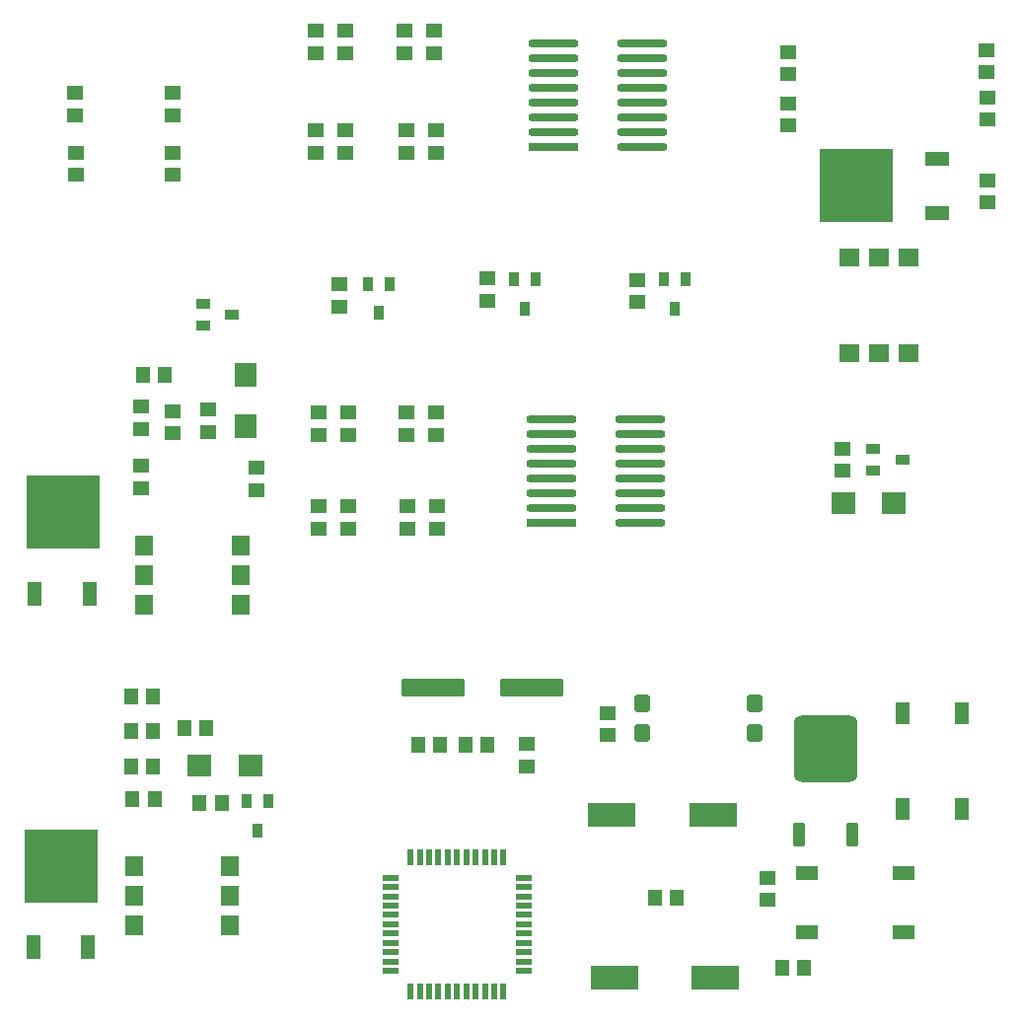
<source format=gbp>
G04*
G04 #@! TF.GenerationSoftware,Altium Limited,Altium Designer,18.0.7 (293)*
G04*
G04 Layer_Color=128*
%FSLAX44Y44*%
%MOMM*%
G71*
G01*
G75*
%ADD38R,1.4000X1.2000*%
%ADD39R,1.2000X1.4000*%
%ADD40R,4.1000X2.0000*%
%ADD41R,2.0000X1.9000*%
%ADD42R,0.8500X1.2000*%
%ADD43R,1.7800X1.5200*%
%ADD44R,4.3180X0.7000*%
%ADD45O,4.3180X0.7000*%
%ADD46R,1.2000X0.8500*%
%ADD47R,1.9000X2.0000*%
%ADD48R,1.5200X1.7800*%
%ADD49R,1.3000X2.0000*%
%ADD50R,6.3500X6.3500*%
%ADD51R,0.4826X1.4732*%
%ADD52R,1.4732X0.4826*%
G04:AMPARAMS|DCode=53|XSize=5.5mm|YSize=1.5mm|CornerRadius=0.1875mm|HoleSize=0mm|Usage=FLASHONLY|Rotation=0.000|XOffset=0mm|YOffset=0mm|HoleType=Round|Shape=RoundedRectangle|*
%AMROUNDEDRECTD53*
21,1,5.5000,1.1250,0,0,0.0*
21,1,5.1250,1.5000,0,0,0.0*
1,1,0.3750,2.5625,-0.5625*
1,1,0.3750,-2.5625,-0.5625*
1,1,0.3750,-2.5625,0.5625*
1,1,0.3750,2.5625,0.5625*
%
%ADD53ROUNDEDRECTD53*%
%ADD54R,1.2000X1.9000*%
G04:AMPARAMS|DCode=55|XSize=1mm|YSize=2mm|CornerRadius=0.125mm|HoleSize=0mm|Usage=FLASHONLY|Rotation=180.000|XOffset=0mm|YOffset=0mm|HoleType=Round|Shape=RoundedRectangle|*
%AMROUNDEDRECTD55*
21,1,1.0000,1.7500,0,0,180.0*
21,1,0.7500,2.0000,0,0,180.0*
1,1,0.2500,-0.3750,0.8750*
1,1,0.2500,0.3750,0.8750*
1,1,0.2500,0.3750,-0.8750*
1,1,0.2500,-0.3750,-0.8750*
%
%ADD55ROUNDEDRECTD55*%
G04:AMPARAMS|DCode=56|XSize=5.5mm|YSize=5.7mm|CornerRadius=0.6875mm|HoleSize=0mm|Usage=FLASHONLY|Rotation=180.000|XOffset=0mm|YOffset=0mm|HoleType=Round|Shape=RoundedRectangle|*
%AMROUNDEDRECTD56*
21,1,5.5000,4.3250,0,0,180.0*
21,1,4.1250,5.7000,0,0,180.0*
1,1,1.3750,-2.0625,2.1625*
1,1,1.3750,2.0625,2.1625*
1,1,1.3750,2.0625,-2.1625*
1,1,1.3750,-2.0625,-2.1625*
%
%ADD56ROUNDEDRECTD56*%
%ADD57R,2.0000X1.3000*%
%ADD58R,6.3500X6.3500*%
%ADD59R,1.9000X1.2000*%
G04:AMPARAMS|DCode=60|XSize=1.41mm|YSize=1.47mm|CornerRadius=0.1763mm|HoleSize=0mm|Usage=FLASHONLY|Rotation=180.000|XOffset=0mm|YOffset=0mm|HoleType=Round|Shape=RoundedRectangle|*
%AMROUNDEDRECTD60*
21,1,1.4100,1.1175,0,0,180.0*
21,1,1.0575,1.4700,0,0,180.0*
1,1,0.3525,-0.5288,0.5587*
1,1,0.3525,0.5288,0.5587*
1,1,0.3525,0.5288,-0.5587*
1,1,0.3525,-0.5288,-0.5587*
%
%ADD60ROUNDEDRECTD60*%
D38*
X581626Y490924D02*
D03*
Y509924D02*
D03*
X650848Y517659D02*
D03*
Y536659D02*
D03*
X788704Y395536D02*
D03*
Y376536D02*
D03*
X852778Y744836D02*
D03*
Y763836D02*
D03*
X504798Y695306D02*
D03*
Y714306D02*
D03*
X479398Y695306D02*
D03*
Y714306D02*
D03*
X428598Y695306D02*
D03*
Y714306D02*
D03*
X403198Y695306D02*
D03*
Y714306D02*
D03*
X503582Y794404D02*
D03*
Y775404D02*
D03*
X478182Y794404D02*
D03*
Y775404D02*
D03*
X428652Y794404D02*
D03*
Y775404D02*
D03*
X403252Y794404D02*
D03*
Y775404D02*
D03*
X676248Y889616D02*
D03*
Y908616D02*
D03*
X547978Y890886D02*
D03*
Y909886D02*
D03*
X420978Y885806D02*
D03*
Y904806D02*
D03*
X805842Y1059834D02*
D03*
Y1040834D02*
D03*
X805788Y1085196D02*
D03*
Y1104196D02*
D03*
X503528Y1017886D02*
D03*
Y1036886D02*
D03*
X478128Y1017886D02*
D03*
Y1036886D02*
D03*
X426058Y1017886D02*
D03*
Y1036886D02*
D03*
X400658Y1017886D02*
D03*
Y1036886D02*
D03*
X502312Y1122064D02*
D03*
Y1103064D02*
D03*
X476912Y1122064D02*
D03*
Y1103064D02*
D03*
X426112Y1122064D02*
D03*
Y1103064D02*
D03*
X400712Y1122064D02*
D03*
Y1103064D02*
D03*
X308002Y796944D02*
D03*
Y777944D02*
D03*
X250852Y748684D02*
D03*
Y729684D02*
D03*
X277522Y795674D02*
D03*
Y776674D02*
D03*
X250852Y799484D02*
D03*
Y780484D02*
D03*
X277468Y998836D02*
D03*
Y1017836D02*
D03*
X194918Y998836D02*
D03*
Y1017836D02*
D03*
X277522Y1068724D02*
D03*
Y1049724D02*
D03*
X193702Y1068724D02*
D03*
Y1049724D02*
D03*
X976596Y1086554D02*
D03*
Y1105554D02*
D03*
X977292Y1064914D02*
D03*
Y1045914D02*
D03*
Y993794D02*
D03*
Y974794D02*
D03*
X349858Y728326D02*
D03*
Y747326D02*
D03*
D39*
X547936Y509236D02*
D03*
X528936D02*
D03*
X488384Y509304D02*
D03*
X507384D02*
D03*
X691584Y378494D02*
D03*
X710584D02*
D03*
X252164Y826804D02*
D03*
X271164D02*
D03*
X287636Y523902D02*
D03*
X306636D02*
D03*
X260916Y551146D02*
D03*
X241916D02*
D03*
X261004Y521308D02*
D03*
X242004D02*
D03*
X241916Y490882D02*
D03*
X260916D02*
D03*
X243186Y462942D02*
D03*
X262186D02*
D03*
X300884Y459132D02*
D03*
X319883D02*
D03*
X819804Y318108D02*
D03*
X800804D02*
D03*
D40*
X655000Y449580D02*
D03*
X742000D02*
D03*
X656855Y309748D02*
D03*
X743855D02*
D03*
D41*
X896874Y716802D02*
D03*
X853186D02*
D03*
X344424Y491744D02*
D03*
X300736D02*
D03*
D42*
X570890Y909120D02*
D03*
X589788Y909066D02*
D03*
X580390Y884120D02*
D03*
X341020Y461113D02*
D03*
X359918Y461059D02*
D03*
X350520Y436113D02*
D03*
X445160Y905310D02*
D03*
X464058Y905256D02*
D03*
X454660Y880310D02*
D03*
X699160Y909120D02*
D03*
X718058Y909066D02*
D03*
X708660Y884120D02*
D03*
D43*
X858520Y845210D02*
D03*
X909320D02*
D03*
X883920D02*
D03*
X858520Y927710D02*
D03*
X909320D02*
D03*
X883920D02*
D03*
D44*
X604520Y1022350D02*
D03*
X603250Y699770D02*
D03*
D45*
X680720Y1022350D02*
D03*
X604520Y1035050D02*
D03*
Y1047750D02*
D03*
Y1060450D02*
D03*
Y1073150D02*
D03*
Y1085850D02*
D03*
Y1098550D02*
D03*
Y1111250D02*
D03*
X680720D02*
D03*
Y1098550D02*
D03*
Y1085850D02*
D03*
Y1073150D02*
D03*
Y1060450D02*
D03*
Y1047750D02*
D03*
Y1035050D02*
D03*
X679450Y712470D02*
D03*
Y725170D02*
D03*
Y737870D02*
D03*
Y750570D02*
D03*
Y763270D02*
D03*
Y775970D02*
D03*
Y788670D02*
D03*
X603250D02*
D03*
Y775970D02*
D03*
Y763270D02*
D03*
Y750570D02*
D03*
Y737870D02*
D03*
Y725170D02*
D03*
Y712470D02*
D03*
X679450Y699770D02*
D03*
D46*
X303730Y869340D02*
D03*
X303784Y888238D02*
D03*
X328730Y878840D02*
D03*
X879040Y744880D02*
D03*
X879094Y763778D02*
D03*
X904040Y754380D02*
D03*
D47*
X340614Y783336D02*
D03*
Y827024D02*
D03*
D48*
X253390Y655320D02*
D03*
Y680720D02*
D03*
Y629920D02*
D03*
X335890Y655320D02*
D03*
Y680720D02*
D03*
Y629920D02*
D03*
X327000Y354330D02*
D03*
Y405130D02*
D03*
Y379730D02*
D03*
X244500Y354330D02*
D03*
Y405130D02*
D03*
Y379730D02*
D03*
D49*
X205105Y335915D02*
D03*
X158115D02*
D03*
X159385Y639445D02*
D03*
X206375D02*
D03*
D50*
X182245Y405765D02*
D03*
X183515Y709295D02*
D03*
D51*
X561848Y413004D02*
D03*
X553974D02*
D03*
X545846D02*
D03*
X537972D02*
D03*
X529844D02*
D03*
X521970D02*
D03*
X514096D02*
D03*
X505968D02*
D03*
X498094D02*
D03*
X489966D02*
D03*
X482092D02*
D03*
Y298196D02*
D03*
X489966D02*
D03*
X498094D02*
D03*
X505968D02*
D03*
X514096D02*
D03*
X521970D02*
D03*
X529844D02*
D03*
X537972D02*
D03*
X545846D02*
D03*
X553974D02*
D03*
X561848D02*
D03*
D52*
X464566Y395478D02*
D03*
Y387604D02*
D03*
Y379476D02*
D03*
Y371602D02*
D03*
Y363474D02*
D03*
Y355600D02*
D03*
Y347726D02*
D03*
Y339598D02*
D03*
Y331724D02*
D03*
Y323596D02*
D03*
Y315722D02*
D03*
X579374D02*
D03*
Y323596D02*
D03*
Y331724D02*
D03*
Y339598D02*
D03*
Y347726D02*
D03*
Y355600D02*
D03*
Y363474D02*
D03*
Y371602D02*
D03*
Y379476D02*
D03*
Y387604D02*
D03*
Y395478D02*
D03*
D53*
X586060Y558800D02*
D03*
X501060D02*
D03*
D54*
X955144Y536556D02*
D03*
X904144D02*
D03*
X955144Y454056D02*
D03*
X904144D02*
D03*
D55*
X861163Y432047D02*
D03*
X815463Y432047D02*
D03*
D56*
X838314Y506047D02*
D03*
D57*
X934085Y965835D02*
D03*
Y1012825D02*
D03*
D58*
X864235Y989965D02*
D03*
D59*
X822344Y399329D02*
D03*
Y348330D02*
D03*
X904844Y399329D02*
D03*
Y348330D02*
D03*
D60*
X777480Y544830D02*
D03*
Y519430D02*
D03*
X680480D02*
D03*
Y544830D02*
D03*
M02*

</source>
